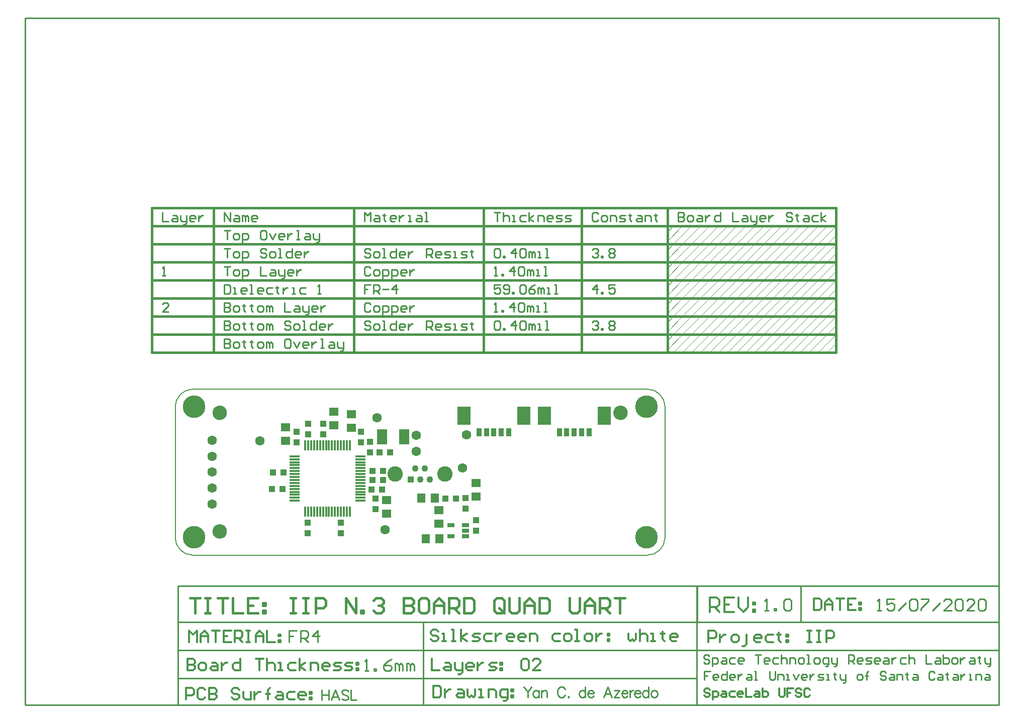
<source format=gbs>
G04*
G04 #@! TF.GenerationSoftware,Altium Limited,Altium Designer,20.2.6 (244)*
G04*
G04 Layer_Color=16711935*
%FSLAX25Y25*%
%MOIN*%
G70*
G04*
G04 #@! TF.SameCoordinates,3A923CF8-0E80-4BF5-A473-74316D4CB4A5*
G04*
G04*
G04 #@! TF.FilePolarity,Negative*
G04*
G01*
G75*
%ADD10C,0.00787*%
%ADD12C,0.01000*%
%ADD17C,0.01500*%
%ADD18C,0.00100*%
%ADD19C,0.01378*%
%ADD20C,0.01575*%
%ADD21C,0.01299*%
%ADD22C,0.03200*%
%ADD27C,0.03594*%
%ADD28R,0.04331X0.03937*%
%ADD29R,0.06299X0.05512*%
%ADD30R,0.03937X0.04331*%
%ADD31R,0.05512X0.06299*%
%ADD32C,0.06299*%
%ADD33C,0.10236*%
%ADD34C,0.04331*%
%ADD35R,0.04331X0.04331*%
%ADD36C,0.14961*%
%ADD51R,0.07087X0.09843*%
%ADD52R,0.04724X0.02953*%
%ADD53R,0.08661X0.12205*%
%ADD54R,0.03543X0.05512*%
%ADD55O,0.06890X0.01575*%
%ADD56O,0.01575X0.06890*%
G36*
X298476Y97388D02*
X299576Y94488D01*
X298476Y91388D01*
X295276Y90188D01*
X292176Y91388D01*
X290976Y94488D01*
X292176Y97588D01*
X295276Y98788D01*
X298476Y97388D01*
D02*
G37*
G36*
X32728D02*
X33828Y94488D01*
X32728Y91388D01*
X29528Y90188D01*
X26428Y91388D01*
X25228Y94488D01*
X26428Y97588D01*
X29528Y98788D01*
X32728Y97388D01*
D02*
G37*
G36*
Y18648D02*
X33828Y15748D01*
X32728Y12648D01*
X29528Y11448D01*
X26428Y12648D01*
X25228Y15748D01*
X26428Y18848D01*
X29528Y20048D01*
X32728Y18648D01*
D02*
G37*
D10*
X11793Y110236D02*
G03*
X0Y98443I0J-11793D01*
G01*
Y11663D02*
G03*
X11663Y0I11663J0D01*
G01*
X313050D02*
G03*
X324803Y11754I0J11754D01*
G01*
Y98418D02*
G03*
X312985Y110236I-11818J0D01*
G01*
X0Y92520D02*
Y98443D01*
X11793Y110236D02*
X12696D01*
X0Y25591D02*
Y92520D01*
Y11663D02*
Y25591D01*
X11663Y0D02*
X313050D01*
X324803Y11754D02*
Y98418D01*
X12696Y110236D02*
X312985D01*
D12*
X33829Y15748D02*
G03*
X33829Y15748I-4301J0D01*
G01*
Y94488D02*
G03*
X33829Y94488I-4301J0D01*
G01*
X299577D02*
G03*
X299577Y94488I-4301J0D01*
G01*
X-99500Y-99500D02*
X546169D01*
X1681D02*
Y-20319D01*
X164613Y-99205D02*
Y-44277D01*
X1976Y-81777D02*
X345579Y-81777D01*
X345863Y-99106D02*
Y-20515D01*
X1976Y-63027D02*
X545863Y-63027D01*
X2173Y-44277D02*
X545440Y-44277D01*
X1681Y-20319D02*
X545863D01*
X-99500Y356552D02*
X546169D01*
X-99500Y-99500D02*
Y356552D01*
X546169Y-99146D02*
Y356552D01*
X346071Y-43941D02*
Y-20319D01*
X414859Y-43883D02*
Y-20268D01*
X97154Y-89441D02*
Y-96252D01*
X101694Y-89441D02*
Y-96252D01*
X97154Y-92684D02*
X101694D01*
X108765Y-96252D02*
X106170Y-89441D01*
X103575Y-96252D01*
X104548Y-93982D02*
X107792D01*
X114895Y-90414D02*
X114246Y-89765D01*
X113273Y-89441D01*
X111976D01*
X111003Y-89765D01*
X110354Y-90414D01*
Y-91063D01*
X110678Y-91711D01*
X111003Y-92036D01*
X111651Y-92360D01*
X113597Y-93009D01*
X114246Y-93333D01*
X114570Y-93657D01*
X114895Y-94306D01*
Y-95279D01*
X114246Y-95928D01*
X113273Y-96252D01*
X111976D01*
X111003Y-95928D01*
X110354Y-95279D01*
X116419Y-89441D02*
Y-96252D01*
X120311D01*
X231110Y-87472D02*
X233705Y-90716D01*
Y-94283D01*
X236300Y-87472D02*
X233705Y-90716D01*
X241067Y-89743D02*
Y-94283D01*
Y-90716D02*
X240419Y-90067D01*
X239770Y-89743D01*
X238797D01*
X238148Y-90067D01*
X237500Y-90716D01*
X237175Y-91689D01*
Y-92338D01*
X237500Y-93310D01*
X238148Y-93959D01*
X238797Y-94283D01*
X239770D01*
X240419Y-93959D01*
X241067Y-93310D01*
X242884Y-89743D02*
Y-94283D01*
Y-91040D02*
X243857Y-90067D01*
X244505Y-89743D01*
X245478D01*
X246127Y-90067D01*
X246451Y-91040D01*
Y-94283D01*
X258452Y-89094D02*
X258127Y-88445D01*
X257479Y-87797D01*
X256830Y-87472D01*
X255533D01*
X254884Y-87797D01*
X254235Y-88445D01*
X253911Y-89094D01*
X253587Y-90067D01*
Y-91689D01*
X253911Y-92662D01*
X254235Y-93310D01*
X254884Y-93959D01*
X255533Y-94283D01*
X256830D01*
X257479Y-93959D01*
X258127Y-93310D01*
X258452Y-92662D01*
X260690Y-93635D02*
X260365Y-93959D01*
X260690Y-94283D01*
X261014Y-93959D01*
X260690Y-93635D01*
X271749Y-87472D02*
Y-94283D01*
Y-90716D02*
X271101Y-90067D01*
X270452Y-89743D01*
X269479D01*
X268830Y-90067D01*
X268182Y-90716D01*
X267857Y-91689D01*
Y-92338D01*
X268182Y-93310D01*
X268830Y-93959D01*
X269479Y-94283D01*
X270452D01*
X271101Y-93959D01*
X271749Y-93310D01*
X273566Y-91689D02*
X277458D01*
Y-91040D01*
X277133Y-90391D01*
X276809Y-90067D01*
X276160Y-89743D01*
X275187D01*
X274539Y-90067D01*
X273890Y-90716D01*
X273566Y-91689D01*
Y-92338D01*
X273890Y-93310D01*
X274539Y-93959D01*
X275187Y-94283D01*
X276160D01*
X276809Y-93959D01*
X277458Y-93310D01*
X289458Y-94283D02*
X286863Y-87472D01*
X284269Y-94283D01*
X285242Y-92013D02*
X288485D01*
X294615Y-89743D02*
X291047Y-94283D01*
Y-89743D02*
X294615D01*
X291047Y-94283D02*
X294615D01*
X296042Y-91689D02*
X299934D01*
Y-91040D01*
X299610Y-90391D01*
X299286Y-90067D01*
X298637Y-89743D01*
X297664D01*
X297015Y-90067D01*
X296367Y-90716D01*
X296042Y-91689D01*
Y-92338D01*
X296367Y-93310D01*
X297015Y-93959D01*
X297664Y-94283D01*
X298637D01*
X299286Y-93959D01*
X299934Y-93310D01*
X301394Y-89743D02*
Y-94283D01*
Y-91689D02*
X301718Y-90716D01*
X302367Y-90067D01*
X303015Y-89743D01*
X303988D01*
X304605Y-91689D02*
X308497D01*
Y-91040D01*
X308172Y-90391D01*
X307848Y-90067D01*
X307199Y-89743D01*
X306226D01*
X305578Y-90067D01*
X304929Y-90716D01*
X304605Y-91689D01*
Y-92338D01*
X304929Y-93310D01*
X305578Y-93959D01*
X306226Y-94283D01*
X307199D01*
X307848Y-93959D01*
X308497Y-93310D01*
X313848Y-87472D02*
Y-94283D01*
Y-90716D02*
X313199Y-90067D01*
X312551Y-89743D01*
X311578D01*
X310929Y-90067D01*
X310280Y-90716D01*
X309956Y-91689D01*
Y-92338D01*
X310280Y-93310D01*
X310929Y-93959D01*
X311578Y-94283D01*
X312551D01*
X313199Y-93959D01*
X313848Y-93310D01*
X317286Y-89743D02*
X316637Y-90067D01*
X315989Y-90716D01*
X315664Y-91689D01*
Y-92338D01*
X315989Y-93310D01*
X316637Y-93959D01*
X317286Y-94283D01*
X318259D01*
X318908Y-93959D01*
X319556Y-93310D01*
X319881Y-92338D01*
Y-91689D01*
X319556Y-90716D01*
X318908Y-90067D01*
X318259Y-89743D01*
X317286D01*
X125697Y-76764D02*
X128217D01*
X126957D01*
Y-69204D01*
X125697Y-70464D01*
X131997Y-76764D02*
Y-75504D01*
X133257D01*
Y-76764D01*
X131997D01*
X143337Y-69204D02*
X140817Y-70464D01*
X138297Y-72984D01*
Y-75504D01*
X139557Y-76764D01*
X142077D01*
X143337Y-75504D01*
Y-74244D01*
X142077Y-72984D01*
X138297D01*
X145857Y-76764D02*
Y-71724D01*
X147117D01*
X148377Y-72984D01*
Y-76764D01*
Y-72984D01*
X149637Y-71724D01*
X150897Y-72984D01*
Y-76764D01*
X153417D02*
Y-71724D01*
X154677D01*
X155937Y-72984D01*
Y-76764D01*
Y-72984D01*
X157197Y-71724D01*
X158457Y-72984D01*
Y-76764D01*
X80608Y-50103D02*
X75568D01*
Y-53883D01*
X78088D01*
X75568D01*
Y-57663D01*
X83128D02*
Y-50103D01*
X86908D01*
X88168Y-51363D01*
Y-53883D01*
X86908Y-55143D01*
X83128D01*
X85648D02*
X88168Y-57663D01*
X94468D02*
Y-50103D01*
X90688Y-53883D01*
X95728D01*
X390953Y-36705D02*
X393473D01*
X392213D01*
Y-29145D01*
X390953Y-30405D01*
X397253Y-36705D02*
Y-35445D01*
X398513D01*
Y-36705D01*
X397253D01*
X403553Y-30405D02*
X404813Y-29145D01*
X407333D01*
X408593Y-30405D01*
Y-35445D01*
X407333Y-36705D01*
X404813D01*
X403553Y-35445D01*
Y-30405D01*
X465559Y-36705D02*
X468079D01*
X466819D01*
Y-29145D01*
X465559Y-30405D01*
X476899Y-29145D02*
X471859D01*
Y-32925D01*
X474379Y-31665D01*
X475639D01*
X476899Y-32925D01*
Y-35445D01*
X475639Y-36705D01*
X473119D01*
X471859Y-35445D01*
X479419Y-36705D02*
X484459Y-31665D01*
X486979Y-30405D02*
X488239Y-29145D01*
X490759D01*
X492019Y-30405D01*
Y-35445D01*
X490759Y-36705D01*
X488239D01*
X486979Y-35445D01*
Y-30405D01*
X494539Y-29145D02*
X499579D01*
Y-30405D01*
X494539Y-35445D01*
Y-36705D01*
X502099D02*
X507139Y-31665D01*
X514699Y-36705D02*
X509659D01*
X514699Y-31665D01*
Y-30405D01*
X513439Y-29145D01*
X510919D01*
X509659Y-30405D01*
X517219D02*
X518479Y-29145D01*
X520999D01*
X522260Y-30405D01*
Y-35445D01*
X520999Y-36705D01*
X518479D01*
X517219Y-35445D01*
Y-30405D01*
X529820Y-36705D02*
X524780D01*
X529820Y-31665D01*
Y-30405D01*
X528560Y-29145D01*
X526040D01*
X524780Y-30405D01*
X532340D02*
X533600Y-29145D01*
X536120D01*
X537380Y-30405D01*
Y-35445D01*
X536120Y-36705D01*
X533600D01*
X532340Y-35445D01*
Y-30405D01*
X354206Y-67185D02*
X353255Y-66234D01*
X351353D01*
X350402Y-67185D01*
Y-68136D01*
X351353Y-69087D01*
X353255D01*
X354206Y-70039D01*
Y-70990D01*
X353255Y-71941D01*
X351353D01*
X350402Y-70990D01*
X356108Y-73843D02*
Y-68136D01*
X358962D01*
X359913Y-69087D01*
Y-70990D01*
X358962Y-71941D01*
X356108D01*
X362766Y-68136D02*
X364669D01*
X365620Y-69087D01*
Y-71941D01*
X362766D01*
X361815Y-70990D01*
X362766Y-70039D01*
X365620D01*
X371326Y-68136D02*
X368473D01*
X367522Y-69087D01*
Y-70990D01*
X368473Y-71941D01*
X371326D01*
X376082D02*
X374180D01*
X373229Y-70990D01*
Y-69087D01*
X374180Y-68136D01*
X376082D01*
X377033Y-69087D01*
Y-70039D01*
X373229D01*
X384642Y-66234D02*
X388447D01*
X386545D01*
Y-71941D01*
X393203D02*
X391300D01*
X390349Y-70990D01*
Y-69087D01*
X391300Y-68136D01*
X393203D01*
X394154Y-69087D01*
Y-70039D01*
X390349D01*
X399861Y-68136D02*
X397007D01*
X396056Y-69087D01*
Y-70990D01*
X397007Y-71941D01*
X399861D01*
X401763Y-66234D02*
Y-71941D01*
Y-69087D01*
X402714Y-68136D01*
X404616D01*
X405567Y-69087D01*
Y-71941D01*
X407470D02*
Y-68136D01*
X410323D01*
X411274Y-69087D01*
Y-71941D01*
X414128D02*
X416030D01*
X416981Y-70990D01*
Y-69087D01*
X416030Y-68136D01*
X414128D01*
X413176Y-69087D01*
Y-70990D01*
X414128Y-71941D01*
X418883D02*
X420786D01*
X419834D01*
Y-66234D01*
X418883D01*
X424590Y-71941D02*
X426492D01*
X427444Y-70990D01*
Y-69087D01*
X426492Y-68136D01*
X424590D01*
X423639Y-69087D01*
Y-70990D01*
X424590Y-71941D01*
X431248Y-73843D02*
X432199D01*
X433150Y-72892D01*
Y-68136D01*
X430297D01*
X429346Y-69087D01*
Y-70990D01*
X430297Y-71941D01*
X433150D01*
X435053Y-68136D02*
Y-70990D01*
X436004Y-71941D01*
X438857D01*
Y-72892D01*
X437906Y-73843D01*
X436955D01*
X438857Y-71941D02*
Y-68136D01*
X446466Y-71941D02*
Y-66234D01*
X449320D01*
X450271Y-67185D01*
Y-69087D01*
X449320Y-70039D01*
X446466D01*
X448369D02*
X450271Y-71941D01*
X455026D02*
X453124D01*
X452173Y-70990D01*
Y-69087D01*
X453124Y-68136D01*
X455026D01*
X455978Y-69087D01*
Y-70039D01*
X452173D01*
X457880Y-71941D02*
X460733D01*
X461684Y-70990D01*
X460733Y-70039D01*
X458831D01*
X457880Y-69087D01*
X458831Y-68136D01*
X461684D01*
X466440Y-71941D02*
X464538D01*
X463587Y-70990D01*
Y-69087D01*
X464538Y-68136D01*
X466440D01*
X467391Y-69087D01*
Y-70039D01*
X463587D01*
X470245Y-68136D02*
X472147D01*
X473098Y-69087D01*
Y-71941D01*
X470245D01*
X469293Y-70990D01*
X470245Y-70039D01*
X473098D01*
X475000Y-68136D02*
Y-71941D01*
Y-70039D01*
X475951Y-69087D01*
X476902Y-68136D01*
X477854D01*
X484512D02*
X481658D01*
X480707Y-69087D01*
Y-70990D01*
X481658Y-71941D01*
X484512D01*
X486414Y-66234D02*
Y-71941D01*
Y-69087D01*
X487365Y-68136D01*
X489267D01*
X490218Y-69087D01*
Y-71941D01*
X497827Y-66234D02*
Y-71941D01*
X501632D01*
X504486Y-68136D02*
X506388D01*
X507339Y-69087D01*
Y-71941D01*
X504486D01*
X503534Y-70990D01*
X504486Y-70039D01*
X507339D01*
X509241Y-66234D02*
Y-71941D01*
X512094D01*
X513046Y-70990D01*
Y-70039D01*
Y-69087D01*
X512094Y-68136D01*
X509241D01*
X515899Y-71941D02*
X517801D01*
X518752Y-70990D01*
Y-69087D01*
X517801Y-68136D01*
X515899D01*
X514948Y-69087D01*
Y-70990D01*
X515899Y-71941D01*
X520655Y-68136D02*
Y-71941D01*
Y-70039D01*
X521606Y-69087D01*
X522557Y-68136D01*
X523508D01*
X527313D02*
X529215D01*
X530166Y-69087D01*
Y-71941D01*
X527313D01*
X526362Y-70990D01*
X527313Y-70039D01*
X530166D01*
X533019Y-67185D02*
Y-68136D01*
X532068D01*
X533971D01*
X533019D01*
Y-70990D01*
X533971Y-71941D01*
X536824Y-68136D02*
Y-70990D01*
X537775Y-71941D01*
X540629D01*
Y-72892D01*
X539677Y-73843D01*
X538726D01*
X540629Y-71941D02*
Y-68136D01*
X354665Y-77258D02*
X350992D01*
Y-80013D01*
X352829D01*
X350992D01*
Y-82768D01*
X359257D02*
X357420D01*
X356502Y-81849D01*
Y-80013D01*
X357420Y-79094D01*
X359257D01*
X360175Y-80013D01*
Y-80931D01*
X356502D01*
X365686Y-77258D02*
Y-82768D01*
X362930D01*
X362012Y-81849D01*
Y-80013D01*
X362930Y-79094D01*
X365686D01*
X370277Y-82768D02*
X368441D01*
X367522Y-81849D01*
Y-80013D01*
X368441Y-79094D01*
X370277D01*
X371196Y-80013D01*
Y-80931D01*
X367522D01*
X373032Y-79094D02*
Y-82768D01*
Y-80931D01*
X373951Y-80013D01*
X374869Y-79094D01*
X375787D01*
X379461D02*
X381297D01*
X382216Y-80013D01*
Y-82768D01*
X379461D01*
X378542Y-81849D01*
X379461Y-80931D01*
X382216D01*
X384052Y-82768D02*
X385889D01*
X384971D01*
Y-77258D01*
X384052D01*
X394154D02*
Y-81849D01*
X395072Y-82768D01*
X396909D01*
X397827Y-81849D01*
Y-77258D01*
X399664Y-82768D02*
Y-79094D01*
X402419D01*
X403337Y-80013D01*
Y-82768D01*
X405174D02*
X407011D01*
X406092D01*
Y-79094D01*
X405174D01*
X409766D02*
X411602Y-82768D01*
X413439Y-79094D01*
X418031Y-82768D02*
X416194D01*
X415276Y-81849D01*
Y-80013D01*
X416194Y-79094D01*
X418031D01*
X418949Y-80013D01*
Y-80931D01*
X415276D01*
X420786Y-79094D02*
Y-82768D01*
Y-80931D01*
X421704Y-80013D01*
X422622Y-79094D01*
X423541D01*
X426296Y-82768D02*
X429051D01*
X429969Y-81849D01*
X429051Y-80931D01*
X427214D01*
X426296Y-80013D01*
X427214Y-79094D01*
X429969D01*
X431806Y-82768D02*
X433643D01*
X432724D01*
Y-79094D01*
X431806D01*
X437316Y-78176D02*
Y-79094D01*
X436398D01*
X438234D01*
X437316D01*
Y-81849D01*
X438234Y-82768D01*
X440989Y-79094D02*
Y-81849D01*
X441908Y-82768D01*
X444663D01*
Y-83686D01*
X443744Y-84604D01*
X442826D01*
X444663Y-82768D02*
Y-79094D01*
X452928Y-82768D02*
X454764D01*
X455683Y-81849D01*
Y-80013D01*
X454764Y-79094D01*
X452928D01*
X452009Y-80013D01*
Y-81849D01*
X452928Y-82768D01*
X458438D02*
Y-78176D01*
Y-80013D01*
X457519D01*
X459356D01*
X458438D01*
Y-78176D01*
X459356Y-77258D01*
X471294Y-78176D02*
X470376Y-77258D01*
X468539D01*
X467621Y-78176D01*
Y-79094D01*
X468539Y-80013D01*
X470376D01*
X471294Y-80931D01*
Y-81849D01*
X470376Y-82768D01*
X468539D01*
X467621Y-81849D01*
X474050Y-79094D02*
X475886D01*
X476804Y-80013D01*
Y-82768D01*
X474050D01*
X473131Y-81849D01*
X474050Y-80931D01*
X476804D01*
X478641Y-82768D02*
Y-79094D01*
X481396D01*
X482314Y-80013D01*
Y-82768D01*
X485070Y-78176D02*
Y-79094D01*
X484151D01*
X485988D01*
X485070D01*
Y-81849D01*
X485988Y-82768D01*
X489661Y-79094D02*
X491498D01*
X492416Y-80013D01*
Y-82768D01*
X489661D01*
X488743Y-81849D01*
X489661Y-80931D01*
X492416D01*
X503436Y-78176D02*
X502518Y-77258D01*
X500681D01*
X499763Y-78176D01*
Y-81849D01*
X500681Y-82768D01*
X502518D01*
X503436Y-81849D01*
X506191Y-79094D02*
X508028D01*
X508946Y-80013D01*
Y-82768D01*
X506191D01*
X505273Y-81849D01*
X506191Y-80931D01*
X508946D01*
X511701Y-78176D02*
Y-79094D01*
X510783D01*
X512620D01*
X511701D01*
Y-81849D01*
X512620Y-82768D01*
X516293Y-79094D02*
X518130D01*
X519048Y-80013D01*
Y-82768D01*
X516293D01*
X515375Y-81849D01*
X516293Y-80931D01*
X519048D01*
X520885Y-79094D02*
Y-82768D01*
Y-80931D01*
X521803Y-80013D01*
X522721Y-79094D01*
X523640D01*
X526395Y-82768D02*
X528231D01*
X527313D01*
Y-79094D01*
X526395D01*
X530986Y-82768D02*
Y-79094D01*
X533741D01*
X534660Y-80013D01*
Y-82768D01*
X537415Y-79094D02*
X539252D01*
X540170Y-80013D01*
Y-82768D01*
X537415D01*
X536496Y-81849D01*
X537415Y-80931D01*
X540170D01*
X-8560Y227667D02*
Y221669D01*
X-4561D01*
X-1562Y225668D02*
X437D01*
X1437Y224668D01*
Y221669D01*
X-1562D01*
X-2562Y222669D01*
X-1562Y223669D01*
X1437D01*
X3436Y225668D02*
Y222669D01*
X4436Y221669D01*
X7435D01*
Y220670D01*
X6435Y219670D01*
X5435D01*
X7435Y221669D02*
Y225668D01*
X12433Y221669D02*
X10434D01*
X9434Y222669D01*
Y224668D01*
X10434Y225668D01*
X12433D01*
X13433Y224668D01*
Y223669D01*
X9434D01*
X15432Y225668D02*
Y221669D01*
Y223669D01*
X16432Y224668D01*
X17431Y225668D01*
X18431D01*
X-4561Y161669D02*
X-8560D01*
X-4561Y165668D01*
Y166668D01*
X-5561Y167667D01*
X-7560D01*
X-8560Y166668D01*
Y185669D02*
X-6561D01*
X-7560D01*
Y191667D01*
X-8560Y190668D01*
X32431Y221669D02*
Y227667D01*
X36430Y221669D01*
Y227667D01*
X39429Y225668D02*
X41428D01*
X42428Y224668D01*
Y221669D01*
X39429D01*
X38429Y222669D01*
X39429Y223669D01*
X42428D01*
X44427Y221669D02*
Y225668D01*
X45427D01*
X46426Y224668D01*
Y221669D01*
Y224668D01*
X47426Y225668D01*
X48426Y224668D01*
Y221669D01*
X53424D02*
X51425D01*
X50425Y222669D01*
Y224668D01*
X51425Y225668D01*
X53424D01*
X54424Y224668D01*
Y223669D01*
X50425D01*
X32431Y143667D02*
Y137669D01*
X35430D01*
X36430Y138669D01*
Y139669D01*
X35430Y140668D01*
X32431D01*
X35430D01*
X36430Y141668D01*
Y142668D01*
X35430Y143667D01*
X32431D01*
X39429Y137669D02*
X41428D01*
X42428Y138669D01*
Y140668D01*
X41428Y141668D01*
X39429D01*
X38429Y140668D01*
Y138669D01*
X39429Y137669D01*
X45427Y142668D02*
Y141668D01*
X44427D01*
X46426D01*
X45427D01*
Y138669D01*
X46426Y137669D01*
X50425Y142668D02*
Y141668D01*
X49426D01*
X51425D01*
X50425D01*
Y138669D01*
X51425Y137669D01*
X55424D02*
X57423D01*
X58423Y138669D01*
Y140668D01*
X57423Y141668D01*
X55424D01*
X54424Y140668D01*
Y138669D01*
X55424Y137669D01*
X60422D02*
Y141668D01*
X61422D01*
X62421Y140668D01*
Y137669D01*
Y140668D01*
X63421Y141668D01*
X64421Y140668D01*
Y137669D01*
X75417Y143667D02*
X73418D01*
X72418Y142668D01*
Y138669D01*
X73418Y137669D01*
X75417D01*
X76417Y138669D01*
Y142668D01*
X75417Y143667D01*
X78416Y141668D02*
X80415Y137669D01*
X82415Y141668D01*
X87413Y137669D02*
X85414D01*
X84414Y138669D01*
Y140668D01*
X85414Y141668D01*
X87413D01*
X88413Y140668D01*
Y139669D01*
X84414D01*
X90412Y141668D02*
Y137669D01*
Y139669D01*
X91412Y140668D01*
X92412Y141668D01*
X93411D01*
X96410Y137669D02*
X98410D01*
X97410D01*
Y143667D01*
X96410D01*
X102408Y141668D02*
X104408D01*
X105407Y140668D01*
Y137669D01*
X102408D01*
X101409Y138669D01*
X102408Y139669D01*
X105407D01*
X107407Y141668D02*
Y138669D01*
X108406Y137669D01*
X111406D01*
Y136670D01*
X110406Y135670D01*
X109406D01*
X111406Y137669D02*
Y141668D01*
X32431Y155667D02*
Y149669D01*
X35430D01*
X36430Y150669D01*
Y151669D01*
X35430Y152668D01*
X32431D01*
X35430D01*
X36430Y153668D01*
Y154668D01*
X35430Y155667D01*
X32431D01*
X39429Y149669D02*
X41428D01*
X42428Y150669D01*
Y152668D01*
X41428Y153668D01*
X39429D01*
X38429Y152668D01*
Y150669D01*
X39429Y149669D01*
X45427Y154668D02*
Y153668D01*
X44427D01*
X46426D01*
X45427D01*
Y150669D01*
X46426Y149669D01*
X50425Y154668D02*
Y153668D01*
X49426D01*
X51425D01*
X50425D01*
Y150669D01*
X51425Y149669D01*
X55424D02*
X57423D01*
X58423Y150669D01*
Y152668D01*
X57423Y153668D01*
X55424D01*
X54424Y152668D01*
Y150669D01*
X55424Y149669D01*
X60422D02*
Y153668D01*
X61422D01*
X62421Y152668D01*
Y149669D01*
Y152668D01*
X63421Y153668D01*
X64421Y152668D01*
Y149669D01*
X76417Y154668D02*
X75417Y155667D01*
X73418D01*
X72418Y154668D01*
Y153668D01*
X73418Y152668D01*
X75417D01*
X76417Y151669D01*
Y150669D01*
X75417Y149669D01*
X73418D01*
X72418Y150669D01*
X79416Y149669D02*
X81415D01*
X82415Y150669D01*
Y152668D01*
X81415Y153668D01*
X79416D01*
X78416Y152668D01*
Y150669D01*
X79416Y149669D01*
X84414D02*
X86414D01*
X85414D01*
Y155667D01*
X84414D01*
X93411D02*
Y149669D01*
X90412D01*
X89413Y150669D01*
Y152668D01*
X90412Y153668D01*
X93411D01*
X98410Y149669D02*
X96410D01*
X95411Y150669D01*
Y152668D01*
X96410Y153668D01*
X98410D01*
X99409Y152668D01*
Y151669D01*
X95411D01*
X101409Y153668D02*
Y149669D01*
Y151669D01*
X102408Y152668D01*
X103408Y153668D01*
X104408D01*
X32431Y167667D02*
Y161669D01*
X35430D01*
X36430Y162669D01*
Y163669D01*
X35430Y164668D01*
X32431D01*
X35430D01*
X36430Y165668D01*
Y166668D01*
X35430Y167667D01*
X32431D01*
X39429Y161669D02*
X41428D01*
X42428Y162669D01*
Y164668D01*
X41428Y165668D01*
X39429D01*
X38429Y164668D01*
Y162669D01*
X39429Y161669D01*
X45427Y166668D02*
Y165668D01*
X44427D01*
X46426D01*
X45427D01*
Y162669D01*
X46426Y161669D01*
X50425Y166668D02*
Y165668D01*
X49426D01*
X51425D01*
X50425D01*
Y162669D01*
X51425Y161669D01*
X55424D02*
X57423D01*
X58423Y162669D01*
Y164668D01*
X57423Y165668D01*
X55424D01*
X54424Y164668D01*
Y162669D01*
X55424Y161669D01*
X60422D02*
Y165668D01*
X61422D01*
X62421Y164668D01*
Y161669D01*
Y164668D01*
X63421Y165668D01*
X64421Y164668D01*
Y161669D01*
X72418Y167667D02*
Y161669D01*
X76417D01*
X79416Y165668D02*
X81415D01*
X82415Y164668D01*
Y161669D01*
X79416D01*
X78416Y162669D01*
X79416Y163669D01*
X82415D01*
X84414Y165668D02*
Y162669D01*
X85414Y161669D01*
X88413D01*
Y160670D01*
X87413Y159670D01*
X86414D01*
X88413Y161669D02*
Y165668D01*
X93411Y161669D02*
X91412D01*
X90412Y162669D01*
Y164668D01*
X91412Y165668D01*
X93411D01*
X94411Y164668D01*
Y163669D01*
X90412D01*
X96410Y165668D02*
Y161669D01*
Y163669D01*
X97410Y164668D01*
X98410Y165668D01*
X99409D01*
X32431Y179667D02*
Y173669D01*
X35430D01*
X36430Y174669D01*
Y178668D01*
X35430Y179667D01*
X32431D01*
X38429Y173669D02*
X40429D01*
X39429D01*
Y177668D01*
X38429D01*
X46426Y173669D02*
X44427D01*
X43428Y174669D01*
Y176668D01*
X44427Y177668D01*
X46426D01*
X47426Y176668D01*
Y175669D01*
X43428D01*
X49426Y173669D02*
X51425D01*
X50425D01*
Y179667D01*
X49426D01*
X57423Y173669D02*
X55424D01*
X54424Y174669D01*
Y176668D01*
X55424Y177668D01*
X57423D01*
X58423Y176668D01*
Y175669D01*
X54424D01*
X64421Y177668D02*
X61422D01*
X60422Y176668D01*
Y174669D01*
X61422Y173669D01*
X64421D01*
X67420Y178668D02*
Y177668D01*
X66420D01*
X68419D01*
X67420D01*
Y174669D01*
X68419Y173669D01*
X71418Y177668D02*
Y173669D01*
Y175669D01*
X72418Y176668D01*
X73418Y177668D01*
X74418D01*
X77416Y173669D02*
X79416D01*
X78416D01*
Y177668D01*
X77416D01*
X86414D02*
X83415D01*
X82415Y176668D01*
Y174669D01*
X83415Y173669D01*
X86414D01*
X94411D02*
X96410D01*
X95411D01*
Y179667D01*
X94411Y178668D01*
X32431Y191667D02*
X36430D01*
X34430D01*
Y185669D01*
X39429D02*
X41428D01*
X42428Y186669D01*
Y188668D01*
X41428Y189668D01*
X39429D01*
X38429Y188668D01*
Y186669D01*
X39429Y185669D01*
X44427Y183670D02*
Y189668D01*
X47426D01*
X48426Y188668D01*
Y186669D01*
X47426Y185669D01*
X44427D01*
X56423Y191667D02*
Y185669D01*
X60422D01*
X63421Y189668D02*
X65420D01*
X66420Y188668D01*
Y185669D01*
X63421D01*
X62421Y186669D01*
X63421Y187669D01*
X66420D01*
X68419Y189668D02*
Y186669D01*
X69419Y185669D01*
X72418D01*
Y184670D01*
X71418Y183670D01*
X70419D01*
X72418Y185669D02*
Y189668D01*
X77416Y185669D02*
X75417D01*
X74418Y186669D01*
Y188668D01*
X75417Y189668D01*
X77416D01*
X78416Y188668D01*
Y187669D01*
X74418D01*
X80415Y189668D02*
Y185669D01*
Y187669D01*
X81415Y188668D01*
X82415Y189668D01*
X83415D01*
X32431Y203667D02*
X36430D01*
X34430D01*
Y197669D01*
X39429D02*
X41428D01*
X42428Y198669D01*
Y200668D01*
X41428Y201668D01*
X39429D01*
X38429Y200668D01*
Y198669D01*
X39429Y197669D01*
X44427Y195670D02*
Y201668D01*
X47426D01*
X48426Y200668D01*
Y198669D01*
X47426Y197669D01*
X44427D01*
X60422Y202668D02*
X59422Y203667D01*
X57423D01*
X56423Y202668D01*
Y201668D01*
X57423Y200668D01*
X59422D01*
X60422Y199669D01*
Y198669D01*
X59422Y197669D01*
X57423D01*
X56423Y198669D01*
X63421Y197669D02*
X65420D01*
X66420Y198669D01*
Y200668D01*
X65420Y201668D01*
X63421D01*
X62421Y200668D01*
Y198669D01*
X63421Y197669D01*
X68419D02*
X70419D01*
X69419D01*
Y203667D01*
X68419D01*
X77416D02*
Y197669D01*
X74418D01*
X73418Y198669D01*
Y200668D01*
X74418Y201668D01*
X77416D01*
X82415Y197669D02*
X80415D01*
X79416Y198669D01*
Y200668D01*
X80415Y201668D01*
X82415D01*
X83415Y200668D01*
Y199669D01*
X79416D01*
X85414Y201668D02*
Y197669D01*
Y199669D01*
X86414Y200668D01*
X87413Y201668D01*
X88413D01*
X32431Y215667D02*
X36430D01*
X34430D01*
Y209669D01*
X39429D02*
X41428D01*
X42428Y210669D01*
Y212668D01*
X41428Y213668D01*
X39429D01*
X38429Y212668D01*
Y210669D01*
X39429Y209669D01*
X44427Y207670D02*
Y213668D01*
X47426D01*
X48426Y212668D01*
Y210669D01*
X47426Y209669D01*
X44427D01*
X59422Y215667D02*
X57423D01*
X56423Y214668D01*
Y210669D01*
X57423Y209669D01*
X59422D01*
X60422Y210669D01*
Y214668D01*
X59422Y215667D01*
X62421Y213668D02*
X64421Y209669D01*
X66420Y213668D01*
X71418Y209669D02*
X69419D01*
X68419Y210669D01*
Y212668D01*
X69419Y213668D01*
X71418D01*
X72418Y212668D01*
Y211669D01*
X68419D01*
X74418Y213668D02*
Y209669D01*
Y211669D01*
X75417Y212668D01*
X76417Y213668D01*
X77416D01*
X80415Y209669D02*
X82415D01*
X81415D01*
Y215667D01*
X80415D01*
X86414Y213668D02*
X88413D01*
X89413Y212668D01*
Y209669D01*
X86414D01*
X85414Y210669D01*
X86414Y211669D01*
X89413D01*
X91412Y213668D02*
Y210669D01*
X92412Y209669D01*
X95411D01*
Y208670D01*
X94411Y207670D01*
X93411D01*
X95411Y209669D02*
Y213668D01*
X125406Y221669D02*
Y227667D01*
X127405Y225668D01*
X129404Y227667D01*
Y221669D01*
X132403Y225668D02*
X134403D01*
X135402Y224668D01*
Y221669D01*
X132403D01*
X131404Y222669D01*
X132403Y223669D01*
X135402D01*
X138401Y226668D02*
Y225668D01*
X137402D01*
X139401D01*
X138401D01*
Y222669D01*
X139401Y221669D01*
X145399D02*
X143400D01*
X142400Y222669D01*
Y224668D01*
X143400Y225668D01*
X145399D01*
X146399Y224668D01*
Y223669D01*
X142400D01*
X148398Y225668D02*
Y221669D01*
Y223669D01*
X149398Y224668D01*
X150397Y225668D01*
X151397D01*
X154396Y221669D02*
X156395D01*
X155396D01*
Y225668D01*
X154396D01*
X160394D02*
X162393D01*
X163393Y224668D01*
Y221669D01*
X160394D01*
X159395Y222669D01*
X160394Y223669D01*
X163393D01*
X165393Y221669D02*
X167392D01*
X166392D01*
Y227667D01*
X165393D01*
X129404Y154668D02*
X128404Y155667D01*
X126405D01*
X125406Y154668D01*
Y153668D01*
X126405Y152668D01*
X128404D01*
X129404Y151669D01*
Y150669D01*
X128404Y149669D01*
X126405D01*
X125406Y150669D01*
X132403Y149669D02*
X134403D01*
X135402Y150669D01*
Y152668D01*
X134403Y153668D01*
X132403D01*
X131404Y152668D01*
Y150669D01*
X132403Y149669D01*
X137402D02*
X139401D01*
X138401D01*
Y155667D01*
X137402D01*
X146399D02*
Y149669D01*
X143400D01*
X142400Y150669D01*
Y152668D01*
X143400Y153668D01*
X146399D01*
X151397Y149669D02*
X149398D01*
X148398Y150669D01*
Y152668D01*
X149398Y153668D01*
X151397D01*
X152397Y152668D01*
Y151669D01*
X148398D01*
X154396Y153668D02*
Y149669D01*
Y151669D01*
X155396Y152668D01*
X156395Y153668D01*
X157395D01*
X166392Y149669D02*
Y155667D01*
X169391D01*
X170391Y154668D01*
Y152668D01*
X169391Y151669D01*
X166392D01*
X168392D02*
X170391Y149669D01*
X175389D02*
X173390D01*
X172390Y150669D01*
Y152668D01*
X173390Y153668D01*
X175389D01*
X176389Y152668D01*
Y151669D01*
X172390D01*
X178388Y149669D02*
X181387D01*
X182387Y150669D01*
X181387Y151669D01*
X179388D01*
X178388Y152668D01*
X179388Y153668D01*
X182387D01*
X184386Y149669D02*
X186386D01*
X185386D01*
Y153668D01*
X184386D01*
X189385Y149669D02*
X192384D01*
X193384Y150669D01*
X192384Y151669D01*
X190384D01*
X189385Y152668D01*
X190384Y153668D01*
X193384D01*
X196382Y154668D02*
Y153668D01*
X195383D01*
X197382D01*
X196382D01*
Y150669D01*
X197382Y149669D01*
X129404Y166668D02*
X128404Y167667D01*
X126405D01*
X125406Y166668D01*
Y162669D01*
X126405Y161669D01*
X128404D01*
X129404Y162669D01*
X132403Y161669D02*
X134403D01*
X135402Y162669D01*
Y164668D01*
X134403Y165668D01*
X132403D01*
X131404Y164668D01*
Y162669D01*
X132403Y161669D01*
X137402Y159670D02*
Y165668D01*
X140401D01*
X141400Y164668D01*
Y162669D01*
X140401Y161669D01*
X137402D01*
X143400Y159670D02*
Y165668D01*
X146399D01*
X147398Y164668D01*
Y162669D01*
X146399Y161669D01*
X143400D01*
X152397D02*
X150397D01*
X149398Y162669D01*
Y164668D01*
X150397Y165668D01*
X152397D01*
X153396Y164668D01*
Y163669D01*
X149398D01*
X155396Y165668D02*
Y161669D01*
Y163669D01*
X156395Y164668D01*
X157395Y165668D01*
X158395D01*
X129404Y179667D02*
X125406D01*
Y176668D01*
X127405D01*
X125406D01*
Y173669D01*
X131404D02*
Y179667D01*
X134403D01*
X135402Y178668D01*
Y176668D01*
X134403Y175669D01*
X131404D01*
X133403D02*
X135402Y173669D01*
X137402Y176668D02*
X141400D01*
X146399Y173669D02*
Y179667D01*
X143400Y176668D01*
X147398D01*
X129404Y190668D02*
X128404Y191667D01*
X126405D01*
X125406Y190668D01*
Y186669D01*
X126405Y185669D01*
X128404D01*
X129404Y186669D01*
X132403Y185669D02*
X134403D01*
X135402Y186669D01*
Y188668D01*
X134403Y189668D01*
X132403D01*
X131404Y188668D01*
Y186669D01*
X132403Y185669D01*
X137402Y183670D02*
Y189668D01*
X140401D01*
X141400Y188668D01*
Y186669D01*
X140401Y185669D01*
X137402D01*
X143400Y183670D02*
Y189668D01*
X146399D01*
X147398Y188668D01*
Y186669D01*
X146399Y185669D01*
X143400D01*
X152397D02*
X150397D01*
X149398Y186669D01*
Y188668D01*
X150397Y189668D01*
X152397D01*
X153396Y188668D01*
Y187669D01*
X149398D01*
X155396Y189668D02*
Y185669D01*
Y187669D01*
X156395Y188668D01*
X157395Y189668D01*
X158395D01*
X129404Y202668D02*
X128404Y203667D01*
X126405D01*
X125406Y202668D01*
Y201668D01*
X126405Y200668D01*
X128404D01*
X129404Y199669D01*
Y198669D01*
X128404Y197669D01*
X126405D01*
X125406Y198669D01*
X132403Y197669D02*
X134403D01*
X135402Y198669D01*
Y200668D01*
X134403Y201668D01*
X132403D01*
X131404Y200668D01*
Y198669D01*
X132403Y197669D01*
X137402D02*
X139401D01*
X138401D01*
Y203667D01*
X137402D01*
X146399D02*
Y197669D01*
X143400D01*
X142400Y198669D01*
Y200668D01*
X143400Y201668D01*
X146399D01*
X151397Y197669D02*
X149398D01*
X148398Y198669D01*
Y200668D01*
X149398Y201668D01*
X151397D01*
X152397Y200668D01*
Y199669D01*
X148398D01*
X154396Y201668D02*
Y197669D01*
Y199669D01*
X155396Y200668D01*
X156395Y201668D01*
X157395D01*
X166392Y197669D02*
Y203667D01*
X169391D01*
X170391Y202668D01*
Y200668D01*
X169391Y199669D01*
X166392D01*
X168392D02*
X170391Y197669D01*
X175389D02*
X173390D01*
X172390Y198669D01*
Y200668D01*
X173390Y201668D01*
X175389D01*
X176389Y200668D01*
Y199669D01*
X172390D01*
X178388Y197669D02*
X181387D01*
X182387Y198669D01*
X181387Y199669D01*
X179388D01*
X178388Y200668D01*
X179388Y201668D01*
X182387D01*
X184386Y197669D02*
X186386D01*
X185386D01*
Y201668D01*
X184386D01*
X189385Y197669D02*
X192384D01*
X193384Y198669D01*
X192384Y199669D01*
X190384D01*
X189385Y200668D01*
X190384Y201668D01*
X193384D01*
X196382Y202668D02*
Y201668D01*
X195383D01*
X197382D01*
X196382D01*
Y198669D01*
X197382Y197669D01*
X211382Y227667D02*
X215381D01*
X213382D01*
Y221669D01*
X217380Y227667D02*
Y221669D01*
Y224668D01*
X218380Y225668D01*
X220379D01*
X221379Y224668D01*
Y221669D01*
X223378D02*
X225378D01*
X224378D01*
Y225668D01*
X223378D01*
X232375D02*
X229376D01*
X228377Y224668D01*
Y222669D01*
X229376Y221669D01*
X232375D01*
X234375D02*
Y227667D01*
Y223669D02*
X237374Y225668D01*
X234375Y223669D02*
X237374Y221669D01*
X240373D02*
Y225668D01*
X243372D01*
X244372Y224668D01*
Y221669D01*
X249370D02*
X247371D01*
X246371Y222669D01*
Y224668D01*
X247371Y225668D01*
X249370D01*
X250370Y224668D01*
Y223669D01*
X246371D01*
X252369Y221669D02*
X255368D01*
X256368Y222669D01*
X255368Y223669D01*
X253369D01*
X252369Y224668D01*
X253369Y225668D01*
X256368D01*
X258367Y221669D02*
X261366D01*
X262366Y222669D01*
X261366Y223669D01*
X259367D01*
X258367Y224668D01*
X259367Y225668D01*
X262366D01*
X211382Y154668D02*
X212382Y155667D01*
X214381D01*
X215381Y154668D01*
Y150669D01*
X214381Y149669D01*
X212382D01*
X211382Y150669D01*
Y154668D01*
X217380Y149669D02*
Y150669D01*
X218380D01*
Y149669D01*
X217380D01*
X225378D02*
Y155667D01*
X222379Y152668D01*
X226377D01*
X228377Y154668D02*
X229376Y155667D01*
X231376D01*
X232375Y154668D01*
Y150669D01*
X231376Y149669D01*
X229376D01*
X228377Y150669D01*
Y154668D01*
X234375Y149669D02*
Y153668D01*
X235374D01*
X236374Y152668D01*
Y149669D01*
Y152668D01*
X237374Y153668D01*
X238373Y152668D01*
Y149669D01*
X240373D02*
X242372D01*
X241372D01*
Y153668D01*
X240373D01*
X245371Y149669D02*
X247371D01*
X246371D01*
Y155667D01*
X245371D01*
X211382Y161669D02*
X213382D01*
X212382D01*
Y167667D01*
X211382Y166668D01*
X216381Y161669D02*
Y162669D01*
X217380D01*
Y161669D01*
X216381D01*
X224378D02*
Y167667D01*
X221379Y164668D01*
X225378D01*
X227377Y166668D02*
X228377Y167667D01*
X230376D01*
X231376Y166668D01*
Y162669D01*
X230376Y161669D01*
X228377D01*
X227377Y162669D01*
Y166668D01*
X233375Y161669D02*
Y165668D01*
X234375D01*
X235374Y164668D01*
Y161669D01*
Y164668D01*
X236374Y165668D01*
X237374Y164668D01*
Y161669D01*
X239373D02*
X241372D01*
X240373D01*
Y165668D01*
X239373D01*
X244372Y161669D02*
X246371D01*
X245371D01*
Y167667D01*
X244372D01*
X215381Y179667D02*
X211382D01*
Y176668D01*
X213382Y177668D01*
X214381D01*
X215381Y176668D01*
Y174669D01*
X214381Y173669D01*
X212382D01*
X211382Y174669D01*
X217380D02*
X218380Y173669D01*
X220379D01*
X221379Y174669D01*
Y178668D01*
X220379Y179667D01*
X218380D01*
X217380Y178668D01*
Y177668D01*
X218380Y176668D01*
X221379D01*
X223378Y173669D02*
Y174669D01*
X224378D01*
Y173669D01*
X223378D01*
X228377Y178668D02*
X229376Y179667D01*
X231376D01*
X232375Y178668D01*
Y174669D01*
X231376Y173669D01*
X229376D01*
X228377Y174669D01*
Y178668D01*
X238373Y179667D02*
X236374Y178668D01*
X234375Y176668D01*
Y174669D01*
X235374Y173669D01*
X237374D01*
X238373Y174669D01*
Y175669D01*
X237374Y176668D01*
X234375D01*
X240373Y173669D02*
Y177668D01*
X241372D01*
X242372Y176668D01*
Y173669D01*
Y176668D01*
X243372Y177668D01*
X244372Y176668D01*
Y173669D01*
X246371D02*
X248370D01*
X247371D01*
Y177668D01*
X246371D01*
X251369Y173669D02*
X253369D01*
X252369D01*
Y179667D01*
X251369D01*
X211382Y185669D02*
X213382D01*
X212382D01*
Y191667D01*
X211382Y190668D01*
X216381Y185669D02*
Y186669D01*
X217380D01*
Y185669D01*
X216381D01*
X224378D02*
Y191667D01*
X221379Y188668D01*
X225378D01*
X227377Y190668D02*
X228377Y191667D01*
X230376D01*
X231376Y190668D01*
Y186669D01*
X230376Y185669D01*
X228377D01*
X227377Y186669D01*
Y190668D01*
X233375Y185669D02*
Y189668D01*
X234375D01*
X235374Y188668D01*
Y185669D01*
Y188668D01*
X236374Y189668D01*
X237374Y188668D01*
Y185669D01*
X239373D02*
X241372D01*
X240373D01*
Y189668D01*
X239373D01*
X244372Y185669D02*
X246371D01*
X245371D01*
Y191667D01*
X244372D01*
X211382Y202668D02*
X212382Y203667D01*
X214381D01*
X215381Y202668D01*
Y198669D01*
X214381Y197669D01*
X212382D01*
X211382Y198669D01*
Y202668D01*
X217380Y197669D02*
Y198669D01*
X218380D01*
Y197669D01*
X217380D01*
X225378D02*
Y203667D01*
X222379Y200668D01*
X226377D01*
X228377Y202668D02*
X229376Y203667D01*
X231376D01*
X232375Y202668D01*
Y198669D01*
X231376Y197669D01*
X229376D01*
X228377Y198669D01*
Y202668D01*
X234375Y197669D02*
Y201668D01*
X235374D01*
X236374Y200668D01*
Y197669D01*
Y200668D01*
X237374Y201668D01*
X238373Y200668D01*
Y197669D01*
X240373D02*
X242372D01*
X241372D01*
Y201668D01*
X240373D01*
X245371Y197669D02*
X247371D01*
X246371D01*
Y203667D01*
X245371D01*
X280364Y226668D02*
X279365Y227667D01*
X277365D01*
X276366Y226668D01*
Y222669D01*
X277365Y221669D01*
X279365D01*
X280364Y222669D01*
X283364Y221669D02*
X285363D01*
X286363Y222669D01*
Y224668D01*
X285363Y225668D01*
X283364D01*
X282364Y224668D01*
Y222669D01*
X283364Y221669D01*
X288362D02*
Y225668D01*
X291361D01*
X292361Y224668D01*
Y221669D01*
X294360D02*
X297359D01*
X298359Y222669D01*
X297359Y223669D01*
X295360D01*
X294360Y224668D01*
X295360Y225668D01*
X298359D01*
X301358Y226668D02*
Y225668D01*
X300358D01*
X302357D01*
X301358D01*
Y222669D01*
X302357Y221669D01*
X306356Y225668D02*
X308355D01*
X309355Y224668D01*
Y221669D01*
X306356D01*
X305356Y222669D01*
X306356Y223669D01*
X309355D01*
X311354Y221669D02*
Y225668D01*
X314353D01*
X315353Y224668D01*
Y221669D01*
X318352Y226668D02*
Y225668D01*
X317353D01*
X319352D01*
X318352D01*
Y222669D01*
X319352Y221669D01*
X276366Y154668D02*
X277365Y155667D01*
X279365D01*
X280364Y154668D01*
Y153668D01*
X279365Y152668D01*
X278365D01*
X279365D01*
X280364Y151669D01*
Y150669D01*
X279365Y149669D01*
X277365D01*
X276366Y150669D01*
X282364Y149669D02*
Y150669D01*
X283364D01*
Y149669D01*
X282364D01*
X287362Y154668D02*
X288362Y155667D01*
X290361D01*
X291361Y154668D01*
Y153668D01*
X290361Y152668D01*
X291361Y151669D01*
Y150669D01*
X290361Y149669D01*
X288362D01*
X287362Y150669D01*
Y151669D01*
X288362Y152668D01*
X287362Y153668D01*
Y154668D01*
X288362Y152668D02*
X290361D01*
X279365Y173669D02*
Y179667D01*
X276366Y176668D01*
X280364D01*
X282364Y173669D02*
Y174669D01*
X283364D01*
Y173669D01*
X282364D01*
X291361Y179667D02*
X287362D01*
Y176668D01*
X289362Y177668D01*
X290361D01*
X291361Y176668D01*
Y174669D01*
X290361Y173669D01*
X288362D01*
X287362Y174669D01*
X276366Y202668D02*
X277365Y203667D01*
X279365D01*
X280364Y202668D01*
Y201668D01*
X279365Y200668D01*
X278365D01*
X279365D01*
X280364Y199669D01*
Y198669D01*
X279365Y197669D01*
X277365D01*
X276366Y198669D01*
X282364Y197669D02*
Y198669D01*
X283364D01*
Y197669D01*
X282364D01*
X287362Y202668D02*
X288362Y203667D01*
X290361D01*
X291361Y202668D01*
Y201668D01*
X290361Y200668D01*
X291361Y199669D01*
Y198669D01*
X290361Y197669D01*
X288362D01*
X287362Y198669D01*
Y199669D01*
X288362Y200668D01*
X287362Y201668D01*
Y202668D01*
X288362Y200668D02*
X290361D01*
X333352Y227667D02*
Y221669D01*
X336351D01*
X337351Y222669D01*
Y223669D01*
X336351Y224668D01*
X333352D01*
X336351D01*
X337351Y225668D01*
Y226668D01*
X336351Y227667D01*
X333352D01*
X340350Y221669D02*
X342349D01*
X343349Y222669D01*
Y224668D01*
X342349Y225668D01*
X340350D01*
X339350Y224668D01*
Y222669D01*
X340350Y221669D01*
X346348Y225668D02*
X348347D01*
X349347Y224668D01*
Y221669D01*
X346348D01*
X345348Y222669D01*
X346348Y223669D01*
X349347D01*
X351346Y225668D02*
Y221669D01*
Y223669D01*
X352346Y224668D01*
X353345Y225668D01*
X354345D01*
X361343Y227667D02*
Y221669D01*
X358344D01*
X357344Y222669D01*
Y224668D01*
X358344Y225668D01*
X361343D01*
X369340Y227667D02*
Y221669D01*
X373339D01*
X376338Y225668D02*
X378337D01*
X379337Y224668D01*
Y221669D01*
X376338D01*
X375338Y222669D01*
X376338Y223669D01*
X379337D01*
X381336Y225668D02*
Y222669D01*
X382336Y221669D01*
X385335D01*
Y220670D01*
X384335Y219670D01*
X383336D01*
X385335Y221669D02*
Y225668D01*
X390333Y221669D02*
X388334D01*
X387334Y222669D01*
Y224668D01*
X388334Y225668D01*
X390333D01*
X391333Y224668D01*
Y223669D01*
X387334D01*
X393332Y225668D02*
Y221669D01*
Y223669D01*
X394332Y224668D01*
X395332Y225668D01*
X396331D01*
X409327Y226668D02*
X408328Y227667D01*
X406328D01*
X405329Y226668D01*
Y225668D01*
X406328Y224668D01*
X408328D01*
X409327Y223669D01*
Y222669D01*
X408328Y221669D01*
X406328D01*
X405329Y222669D01*
X412326Y226668D02*
Y225668D01*
X411327D01*
X413326D01*
X412326D01*
Y222669D01*
X413326Y221669D01*
X417325Y225668D02*
X419324D01*
X420324Y224668D01*
Y221669D01*
X417325D01*
X416325Y222669D01*
X417325Y223669D01*
X420324D01*
X426322Y225668D02*
X423323D01*
X422323Y224668D01*
Y222669D01*
X423323Y221669D01*
X426322D01*
X428321D02*
Y227667D01*
Y223669D02*
X431320Y225668D01*
X428321Y223669D02*
X431320Y221669D01*
D17*
X-15560Y218669D02*
X438320D01*
X-15560Y230669D02*
X438320D01*
X-15560Y134669D02*
Y230669D01*
Y134669D02*
X25431D01*
X-15560Y146669D02*
X25431D01*
X-15560Y158669D02*
X25431D01*
X-15560Y170669D02*
X25431D01*
X-15560Y182669D02*
X25431D01*
X-15560Y194669D02*
X25431D01*
X-15560Y206669D02*
X25431D01*
Y134669D02*
Y230669D01*
Y134669D02*
X118405D01*
X25431Y146669D02*
X118405D01*
X25431Y158669D02*
X118405D01*
X25431Y170669D02*
X118405D01*
X25431Y182669D02*
X118405D01*
X25431Y194669D02*
X118405D01*
X25431Y206669D02*
X118405D01*
Y134669D02*
Y230669D01*
Y134669D02*
X204382D01*
X118405Y146669D02*
X204382D01*
X118405Y158669D02*
X204382D01*
X118405Y170669D02*
X204382D01*
X118405Y182669D02*
X204382D01*
X118405Y194669D02*
X204382D01*
X118405Y206669D02*
X204382D01*
Y134669D02*
Y230669D01*
Y134669D02*
X269366D01*
X204382Y146669D02*
X269366D01*
X204382Y158669D02*
X269366D01*
X204382Y170669D02*
X269366D01*
X204382Y182669D02*
X269366D01*
X204382Y194669D02*
X269366D01*
X204382Y206669D02*
X269366D01*
Y134669D02*
Y230669D01*
Y134669D02*
X326352D01*
X269366Y146669D02*
X326352D01*
X269366Y158669D02*
X326352D01*
X269366Y170669D02*
X326352D01*
X269366Y182669D02*
X326352D01*
X269366Y194669D02*
X326352D01*
X269366Y206669D02*
X326352D01*
Y134669D02*
Y230669D01*
Y134669D02*
X438320D01*
X326352Y146669D02*
X438320D01*
X326352Y158669D02*
X438320D01*
X326352Y170669D02*
X438320D01*
X326352Y182669D02*
X438320D01*
X326352Y194669D02*
X438320D01*
X326352Y206669D02*
X438320D01*
Y134669D02*
Y230669D01*
D18*
X432320Y134669D02*
X438320Y140669D01*
X426320Y134669D02*
X438320Y146669D01*
X420320Y134669D02*
X432320Y146669D01*
X414320Y134669D02*
X426320Y146669D01*
X408320Y134669D02*
X420320Y146669D01*
X402320Y134669D02*
X414320Y146669D01*
X396320Y134669D02*
X408320Y146669D01*
X390320Y134669D02*
X402320Y146669D01*
X384320Y134669D02*
X396320Y146669D01*
X378320Y134669D02*
X390320Y146669D01*
X372320Y134669D02*
X384320Y146669D01*
X366320Y134669D02*
X378320Y146669D01*
X360320Y134669D02*
X372320Y146669D01*
X354320Y134669D02*
X366320Y146669D01*
X348320Y134669D02*
X360320Y146669D01*
X342320Y134669D02*
X354320Y146669D01*
X336320Y134669D02*
X348320Y146669D01*
X330320Y134669D02*
X342320Y146669D01*
X326352Y136701D02*
X336320Y146669D01*
X326352Y142701D02*
X330320Y146669D01*
X432320D02*
X438320Y152669D01*
X426320Y146669D02*
X438320Y158669D01*
X420320Y146669D02*
X432320Y158669D01*
X414320Y146669D02*
X426320Y158669D01*
X408320Y146669D02*
X420320Y158669D01*
X402320Y146669D02*
X414320Y158669D01*
X396320Y146669D02*
X408320Y158669D01*
X390320Y146669D02*
X402320Y158669D01*
X384320Y146669D02*
X396320Y158669D01*
X378320Y146669D02*
X390320Y158669D01*
X372320Y146669D02*
X384320Y158669D01*
X366320Y146669D02*
X378320Y158669D01*
X360320Y146669D02*
X372320Y158669D01*
X354320Y146669D02*
X366320Y158669D01*
X348320Y146669D02*
X360320Y158669D01*
X342320Y146669D02*
X354320Y158669D01*
X336320Y146669D02*
X348320Y158669D01*
X330320Y146669D02*
X342320Y158669D01*
X326352Y148701D02*
X336320Y158669D01*
X326352Y154701D02*
X330320Y158669D01*
X432320D02*
X438320Y164669D01*
X426320Y158669D02*
X438320Y170669D01*
X420320Y158669D02*
X432320Y170669D01*
X414320Y158669D02*
X426320Y170669D01*
X408320Y158669D02*
X420320Y170669D01*
X402320Y158669D02*
X414320Y170669D01*
X396320Y158669D02*
X408320Y170669D01*
X390320Y158669D02*
X402320Y170669D01*
X384320Y158669D02*
X396320Y170669D01*
X378320Y158669D02*
X390320Y170669D01*
X372320Y158669D02*
X384320Y170669D01*
X366320Y158669D02*
X378320Y170669D01*
X360320Y158669D02*
X372320Y170669D01*
X354320Y158669D02*
X366320Y170669D01*
X348320Y158669D02*
X360320Y170669D01*
X342320Y158669D02*
X354320Y170669D01*
X336320Y158669D02*
X348320Y170669D01*
X330320Y158669D02*
X342320Y170669D01*
X326352Y160701D02*
X336320Y170669D01*
X326352Y166701D02*
X330320Y170669D01*
X432320D02*
X438320Y176669D01*
X426320Y170669D02*
X438320Y182669D01*
X420320Y170669D02*
X432320Y182669D01*
X414320Y170669D02*
X426320Y182669D01*
X408320Y170669D02*
X420320Y182669D01*
X402320Y170669D02*
X414320Y182669D01*
X396320Y170669D02*
X408320Y182669D01*
X390320Y170669D02*
X402320Y182669D01*
X384320Y170669D02*
X396320Y182669D01*
X378320Y170669D02*
X390320Y182669D01*
X372320Y170669D02*
X384320Y182669D01*
X366320Y170669D02*
X378320Y182669D01*
X360320Y170669D02*
X372320Y182669D01*
X354320Y170669D02*
X366320Y182669D01*
X348320Y170669D02*
X360320Y182669D01*
X342320Y170669D02*
X354320Y182669D01*
X336320Y170669D02*
X348320Y182669D01*
X330320Y170669D02*
X342320Y182669D01*
X326352Y172701D02*
X336320Y182669D01*
X326352Y178701D02*
X330320Y182669D01*
X432320D02*
X438320Y188669D01*
X426320Y182669D02*
X438320Y194669D01*
X420320Y182669D02*
X432320Y194669D01*
X414320Y182669D02*
X426320Y194669D01*
X408320Y182669D02*
X420320Y194669D01*
X402320Y182669D02*
X414320Y194669D01*
X396320Y182669D02*
X408320Y194669D01*
X390320Y182669D02*
X402320Y194669D01*
X384320Y182669D02*
X396320Y194669D01*
X378320Y182669D02*
X390320Y194669D01*
X372320Y182669D02*
X384320Y194669D01*
X366320Y182669D02*
X378320Y194669D01*
X360320Y182669D02*
X372320Y194669D01*
X354320Y182669D02*
X366320Y194669D01*
X348320Y182669D02*
X360320Y194669D01*
X342320Y182669D02*
X354320Y194669D01*
X336320Y182669D02*
X348320Y194669D01*
X330320Y182669D02*
X342320Y194669D01*
X326352Y184701D02*
X336320Y194669D01*
X326352Y190701D02*
X330320Y194669D01*
X432320D02*
X438320Y200669D01*
X426320Y194669D02*
X438320Y206669D01*
X420320Y194669D02*
X432320Y206669D01*
X414320Y194669D02*
X426320Y206669D01*
X408320Y194669D02*
X420320Y206669D01*
X402320Y194669D02*
X414320Y206669D01*
X396320Y194669D02*
X408320Y206669D01*
X390320Y194669D02*
X402320Y206669D01*
X384320Y194669D02*
X396320Y206669D01*
X378320Y194669D02*
X390320Y206669D01*
X372320Y194669D02*
X384320Y206669D01*
X366320Y194669D02*
X378320Y206669D01*
X360320Y194669D02*
X372320Y206669D01*
X354320Y194669D02*
X366320Y206669D01*
X348320Y194669D02*
X360320Y206669D01*
X342320Y194669D02*
X354320Y206669D01*
X336320Y194669D02*
X348320Y206669D01*
X330320Y194669D02*
X342320Y206669D01*
X326352Y196701D02*
X336320Y206669D01*
X326352Y202701D02*
X330320Y206669D01*
X432320D02*
X438320Y212669D01*
X426320Y206669D02*
X438320Y218669D01*
X420320Y206669D02*
X432320Y218669D01*
X414320Y206669D02*
X426320Y218669D01*
X408320Y206669D02*
X420320Y218669D01*
X402320Y206669D02*
X414320Y218669D01*
X396320Y206669D02*
X408320Y218669D01*
X390320Y206669D02*
X402320Y218669D01*
X384320Y206669D02*
X396320Y218669D01*
X378320Y206669D02*
X390320Y218669D01*
X372320Y206669D02*
X384320Y218669D01*
X366320Y206669D02*
X378320Y218669D01*
X360320Y206669D02*
X372320Y218669D01*
X354320Y206669D02*
X366320Y218669D01*
X348320Y206669D02*
X360320Y218669D01*
X342320Y206669D02*
X354320Y218669D01*
X336320Y206669D02*
X348320Y218669D01*
X330320Y206669D02*
X342320Y218669D01*
X326352Y208701D02*
X336320Y218669D01*
X326352Y214701D02*
X330320Y218669D01*
D19*
X170283Y-68908D02*
Y-76468D01*
X175323D01*
X179104Y-71429D02*
X181624D01*
X182884Y-72689D01*
Y-76468D01*
X179104D01*
X177843Y-75208D01*
X179104Y-73949D01*
X182884D01*
X185404Y-71429D02*
Y-75208D01*
X186664Y-76468D01*
X190444D01*
Y-77728D01*
X189184Y-78988D01*
X187924D01*
X190444Y-76468D02*
Y-71429D01*
X196744Y-76468D02*
X194224D01*
X192964Y-75208D01*
Y-72689D01*
X194224Y-71429D01*
X196744D01*
X198004Y-72689D01*
Y-73949D01*
X192964D01*
X200524Y-71429D02*
Y-76468D01*
Y-73949D01*
X201784Y-72689D01*
X203044Y-71429D01*
X204304D01*
X208084Y-76468D02*
X211864D01*
X213124Y-75208D01*
X211864Y-73949D01*
X209344D01*
X208084Y-72689D01*
X209344Y-71429D01*
X213124D01*
X215644D02*
X216904D01*
Y-72689D01*
X215644D01*
Y-71429D01*
Y-75208D02*
X216904D01*
Y-76468D01*
X215644D01*
Y-75208D01*
X229504Y-70168D02*
X230764Y-68908D01*
X233284D01*
X234544Y-70168D01*
Y-75208D01*
X233284Y-76468D01*
X230764D01*
X229504Y-75208D01*
Y-70168D01*
X242104Y-76468D02*
X237064D01*
X242104Y-71429D01*
Y-70168D01*
X240844Y-68908D01*
X238324D01*
X237064Y-70168D01*
X8038Y-68853D02*
Y-76413D01*
X11818D01*
X13078Y-75153D01*
Y-73893D01*
X11818Y-72633D01*
X8038D01*
X11818D01*
X13078Y-71373D01*
Y-70113D01*
X11818Y-68853D01*
X8038D01*
X16858Y-76413D02*
X19378D01*
X20638Y-75153D01*
Y-72633D01*
X19378Y-71373D01*
X16858D01*
X15598Y-72633D01*
Y-75153D01*
X16858Y-76413D01*
X24418Y-71373D02*
X26938D01*
X28198Y-72633D01*
Y-76413D01*
X24418D01*
X23158Y-75153D01*
X24418Y-73893D01*
X28198D01*
X30718Y-71373D02*
Y-76413D01*
Y-73893D01*
X31978Y-72633D01*
X33238Y-71373D01*
X34498D01*
X43318Y-68853D02*
Y-76413D01*
X39538D01*
X38278Y-75153D01*
Y-72633D01*
X39538Y-71373D01*
X43318D01*
X53398Y-68853D02*
X58438D01*
X55918D01*
Y-76413D01*
X60958Y-68853D02*
Y-76413D01*
Y-72633D01*
X62218Y-71373D01*
X64739D01*
X65999Y-72633D01*
Y-76413D01*
X68519D02*
X71039D01*
X69779D01*
Y-71373D01*
X68519D01*
X79859D02*
X76079D01*
X74819Y-72633D01*
Y-75153D01*
X76079Y-76413D01*
X79859D01*
X82379D02*
Y-68853D01*
Y-73893D02*
X86159Y-71373D01*
X82379Y-73893D02*
X86159Y-76413D01*
X89939D02*
Y-71373D01*
X93719D01*
X94979Y-72633D01*
Y-76413D01*
X101279D02*
X98759D01*
X97499Y-75153D01*
Y-72633D01*
X98759Y-71373D01*
X101279D01*
X102539Y-72633D01*
Y-73893D01*
X97499D01*
X105059Y-76413D02*
X108839D01*
X110099Y-75153D01*
X108839Y-73893D01*
X106319D01*
X105059Y-72633D01*
X106319Y-71373D01*
X110099D01*
X112619Y-76413D02*
X116399D01*
X117659Y-75153D01*
X116399Y-73893D01*
X113879D01*
X112619Y-72633D01*
X113879Y-71373D01*
X117659D01*
X120179D02*
X121439D01*
Y-72633D01*
X120179D01*
Y-71373D01*
Y-75153D02*
X121439D01*
Y-76413D01*
X120179D01*
Y-75153D01*
X174536Y-50779D02*
X173276Y-49519D01*
X170756D01*
X169496Y-50779D01*
Y-52039D01*
X170756Y-53299D01*
X173276D01*
X174536Y-54559D01*
Y-55819D01*
X173276Y-57079D01*
X170756D01*
X169496Y-55819D01*
X177056Y-57079D02*
X179576D01*
X178316D01*
Y-52039D01*
X177056D01*
X183356Y-57079D02*
X185876D01*
X184616D01*
Y-49519D01*
X183356D01*
X189656Y-57079D02*
Y-49519D01*
Y-54559D02*
X193436Y-52039D01*
X189656Y-54559D02*
X193436Y-57079D01*
X197216D02*
X200996D01*
X202256Y-55819D01*
X200996Y-54559D01*
X198476D01*
X197216Y-53299D01*
X198476Y-52039D01*
X202256D01*
X209816D02*
X206036D01*
X204776Y-53299D01*
Y-55819D01*
X206036Y-57079D01*
X209816D01*
X212336Y-52039D02*
Y-57079D01*
Y-54559D01*
X213596Y-53299D01*
X214856Y-52039D01*
X216116D01*
X223676Y-57079D02*
X221157D01*
X219897Y-55819D01*
Y-53299D01*
X221157Y-52039D01*
X223676D01*
X224937Y-53299D01*
Y-54559D01*
X219897D01*
X231237Y-57079D02*
X228716D01*
X227456Y-55819D01*
Y-53299D01*
X228716Y-52039D01*
X231237D01*
X232497Y-53299D01*
Y-54559D01*
X227456D01*
X235017Y-57079D02*
Y-52039D01*
X238797D01*
X240057Y-53299D01*
Y-57079D01*
X255177Y-52039D02*
X251397D01*
X250137Y-53299D01*
Y-55819D01*
X251397Y-57079D01*
X255177D01*
X258957D02*
X261477D01*
X262737Y-55819D01*
Y-53299D01*
X261477Y-52039D01*
X258957D01*
X257697Y-53299D01*
Y-55819D01*
X258957Y-57079D01*
X265257D02*
X267777D01*
X266517D01*
Y-49519D01*
X265257D01*
X272817Y-57079D02*
X275337D01*
X276597Y-55819D01*
Y-53299D01*
X275337Y-52039D01*
X272817D01*
X271557Y-53299D01*
Y-55819D01*
X272817Y-57079D01*
X279117Y-52039D02*
Y-57079D01*
Y-54559D01*
X280377Y-53299D01*
X281637Y-52039D01*
X282897D01*
X286677D02*
X287937D01*
Y-53299D01*
X286677D01*
Y-52039D01*
Y-55819D02*
X287937D01*
Y-57079D01*
X286677D01*
Y-55819D01*
X300537Y-52039D02*
Y-55819D01*
X301797Y-57079D01*
X303057Y-55819D01*
X304317Y-57079D01*
X305577Y-55819D01*
Y-52039D01*
X308097Y-49519D02*
Y-57079D01*
Y-53299D01*
X309357Y-52039D01*
X311877D01*
X313137Y-53299D01*
Y-57079D01*
X315657D02*
X318177D01*
X316917D01*
Y-52039D01*
X315657D01*
X323217Y-50779D02*
Y-52039D01*
X321957D01*
X324477D01*
X323217D01*
Y-55819D01*
X324477Y-57079D01*
X332037D02*
X329517D01*
X328257Y-55819D01*
Y-53299D01*
X329517Y-52039D01*
X332037D01*
X333297Y-53299D01*
Y-54559D01*
X328257D01*
X171268Y-86723D02*
Y-94283D01*
X175048D01*
X176308Y-93024D01*
Y-87983D01*
X175048Y-86723D01*
X171268D01*
X178828Y-89243D02*
Y-94283D01*
Y-91763D01*
X180088Y-90503D01*
X181348Y-89243D01*
X182608D01*
X187648D02*
X190168D01*
X191428Y-90503D01*
Y-94283D01*
X187648D01*
X186388Y-93024D01*
X187648Y-91763D01*
X191428D01*
X193948Y-89243D02*
Y-93024D01*
X195208Y-94283D01*
X196468Y-93024D01*
X197728Y-94283D01*
X198988Y-93024D01*
Y-89243D01*
X201508Y-94283D02*
X204028D01*
X202768D01*
Y-89243D01*
X201508D01*
X207808Y-94283D02*
Y-89243D01*
X211588D01*
X212848Y-90503D01*
Y-94283D01*
X217888Y-96803D02*
X219148D01*
X220408Y-95543D01*
Y-89243D01*
X216628D01*
X215368Y-90503D01*
Y-93024D01*
X216628Y-94283D01*
X220408D01*
X222928Y-89243D02*
X224188D01*
Y-90503D01*
X222928D01*
Y-89243D01*
Y-93024D02*
X224188D01*
Y-94283D01*
X222928D01*
Y-93024D01*
X9318Y-57663D02*
Y-50103D01*
X11838Y-52623D01*
X14358Y-50103D01*
Y-57663D01*
X16878D02*
Y-52623D01*
X19398Y-50103D01*
X21918Y-52623D01*
Y-57663D01*
Y-53883D01*
X16878D01*
X24438Y-50103D02*
X29478D01*
X26958D01*
Y-57663D01*
X37038Y-50103D02*
X31998D01*
Y-57663D01*
X37038D01*
X31998Y-53883D02*
X34518D01*
X39558Y-57663D02*
Y-50103D01*
X43338D01*
X44598Y-51363D01*
Y-53883D01*
X43338Y-55143D01*
X39558D01*
X42078D02*
X44598Y-57663D01*
X47118Y-50103D02*
X49638D01*
X48378D01*
Y-57663D01*
X47118D01*
X49638D01*
X53418D02*
Y-52623D01*
X55938Y-50103D01*
X58458Y-52623D01*
Y-57663D01*
Y-53883D01*
X53418D01*
X60978Y-50103D02*
Y-57663D01*
X66018D01*
X68538Y-52623D02*
X69798D01*
Y-53883D01*
X68538D01*
Y-52623D01*
Y-56403D02*
X69798D01*
Y-57663D01*
X68538D01*
Y-56403D01*
X423335Y-28849D02*
Y-36409D01*
X427115D01*
X428375Y-35149D01*
Y-30109D01*
X427115Y-28849D01*
X423335D01*
X430895Y-36409D02*
Y-31369D01*
X433415Y-28849D01*
X435935Y-31369D01*
Y-36409D01*
Y-32629D01*
X430895D01*
X438455Y-28849D02*
X443495D01*
X440975D01*
Y-36409D01*
X451055Y-28849D02*
X446015D01*
Y-36409D01*
X451055D01*
X446015Y-32629D02*
X448535D01*
X453575Y-31369D02*
X454835D01*
Y-32629D01*
X453575D01*
Y-31369D01*
Y-35149D02*
X454835D01*
Y-36409D01*
X453575D01*
Y-35149D01*
X354535Y-37641D02*
Y-28144D01*
X359284D01*
X360867Y-29727D01*
Y-32893D01*
X359284Y-34476D01*
X354535D01*
X357701D02*
X360867Y-37641D01*
X370364Y-28144D02*
X364032D01*
Y-37641D01*
X370364D01*
X364032Y-32893D02*
X367198D01*
X373529Y-28144D02*
Y-34476D01*
X376695Y-37641D01*
X379861Y-34476D01*
Y-28144D01*
X383026Y-31310D02*
X384609D01*
Y-32893D01*
X383026D01*
Y-31310D01*
Y-36059D02*
X384609D01*
Y-37641D01*
X383026D01*
Y-36059D01*
X7291Y-95760D02*
Y-88200D01*
X11071D01*
X12331Y-89460D01*
Y-91980D01*
X11071Y-93240D01*
X7291D01*
X19891Y-89460D02*
X18631Y-88200D01*
X16111D01*
X14851Y-89460D01*
Y-94500D01*
X16111Y-95760D01*
X18631D01*
X19891Y-94500D01*
X22411Y-88200D02*
Y-95760D01*
X26191D01*
X27452Y-94500D01*
Y-93240D01*
X26191Y-91980D01*
X22411D01*
X26191D01*
X27452Y-90720D01*
Y-89460D01*
X26191Y-88200D01*
X22411D01*
X42572Y-89460D02*
X41312Y-88200D01*
X38792D01*
X37532Y-89460D01*
Y-90720D01*
X38792Y-91980D01*
X41312D01*
X42572Y-93240D01*
Y-94500D01*
X41312Y-95760D01*
X38792D01*
X37532Y-94500D01*
X45092Y-90720D02*
Y-94500D01*
X46352Y-95760D01*
X50132D01*
Y-90720D01*
X52652D02*
Y-95760D01*
Y-93240D01*
X53912Y-91980D01*
X55172Y-90720D01*
X56432D01*
X61472Y-95760D02*
Y-89460D01*
Y-91980D01*
X60212D01*
X62732D01*
X61472D01*
Y-89460D01*
X62732Y-88200D01*
X67772Y-90720D02*
X70292D01*
X71552Y-91980D01*
Y-95760D01*
X67772D01*
X66512Y-94500D01*
X67772Y-93240D01*
X71552D01*
X79112Y-90720D02*
X75332D01*
X74072Y-91980D01*
Y-94500D01*
X75332Y-95760D01*
X79112D01*
X85412D02*
X82892D01*
X81632Y-94500D01*
Y-91980D01*
X82892Y-90720D01*
X85412D01*
X86672Y-91980D01*
Y-93240D01*
X81632D01*
X89192Y-90720D02*
X90452D01*
Y-91980D01*
X89192D01*
Y-90720D01*
Y-94500D02*
X90452D01*
Y-95760D01*
X89192D01*
Y-94500D01*
X353650Y-57768D02*
Y-50208D01*
X357430D01*
X358690Y-51468D01*
Y-53988D01*
X357430Y-55248D01*
X353650D01*
X361210Y-52728D02*
Y-57768D01*
Y-55248D01*
X362470Y-53988D01*
X363730Y-52728D01*
X364990D01*
X370030Y-57768D02*
X372550D01*
X373810Y-56508D01*
Y-53988D01*
X372550Y-52728D01*
X370030D01*
X368770Y-53988D01*
Y-56508D01*
X370030Y-57768D01*
X376330Y-60288D02*
X377590D01*
X378850Y-59028D01*
Y-52728D01*
X387670Y-57768D02*
X385150D01*
X383890Y-56508D01*
Y-53988D01*
X385150Y-52728D01*
X387670D01*
X388930Y-53988D01*
Y-55248D01*
X383890D01*
X396490Y-52728D02*
X392710D01*
X391450Y-53988D01*
Y-56508D01*
X392710Y-57768D01*
X396490D01*
X400270Y-51468D02*
Y-52728D01*
X399010D01*
X401530D01*
X400270D01*
Y-56508D01*
X401530Y-57768D01*
X405310Y-52728D02*
X406570D01*
Y-53988D01*
X405310D01*
Y-52728D01*
Y-56508D02*
X406570D01*
Y-57768D01*
X405310D01*
Y-56508D01*
X419170Y-50208D02*
X421690D01*
X420430D01*
Y-57768D01*
X419170D01*
X421690D01*
X425470Y-50208D02*
X427990D01*
X426730D01*
Y-57768D01*
X425470D01*
X427990D01*
X431770D02*
Y-50208D01*
X435550D01*
X436810Y-51468D01*
Y-53988D01*
X435550Y-55248D01*
X431770D01*
D20*
X9949Y-28334D02*
X16613D01*
X13281D01*
Y-38330D01*
X19946Y-28334D02*
X23278D01*
X21612D01*
Y-38330D01*
X19946D01*
X23278D01*
X28276Y-28334D02*
X34941D01*
X31609D01*
Y-38330D01*
X38273Y-28334D02*
Y-38330D01*
X44938D01*
X54934Y-28334D02*
X48270D01*
Y-38330D01*
X54934D01*
X48270Y-33332D02*
X51602D01*
X58267Y-31666D02*
X59933D01*
Y-33332D01*
X58267D01*
Y-31666D01*
Y-36664D02*
X59933D01*
Y-38330D01*
X58267D01*
Y-36664D01*
X76594Y-28334D02*
X79926D01*
X78260D01*
Y-38330D01*
X76594D01*
X79926D01*
X84925Y-28334D02*
X88257D01*
X86591D01*
Y-38330D01*
X84925D01*
X88257D01*
X93255D02*
Y-28334D01*
X98254D01*
X99920Y-30000D01*
Y-33332D01*
X98254Y-34998D01*
X93255D01*
X113249Y-38330D02*
Y-28334D01*
X119913Y-38330D01*
Y-28334D01*
X123246Y-38330D02*
Y-36664D01*
X124912D01*
Y-38330D01*
X123246D01*
X131576Y-30000D02*
X133242Y-28334D01*
X136575D01*
X138241Y-30000D01*
Y-31666D01*
X136575Y-33332D01*
X134908D01*
X136575D01*
X138241Y-34998D01*
Y-36664D01*
X136575Y-38330D01*
X133242D01*
X131576Y-36664D01*
X151570Y-28334D02*
Y-38330D01*
X156568D01*
X158234Y-36664D01*
Y-34998D01*
X156568Y-33332D01*
X151570D01*
X156568D01*
X158234Y-31666D01*
Y-30000D01*
X156568Y-28334D01*
X151570D01*
X166565D02*
X163233D01*
X161566Y-30000D01*
Y-36664D01*
X163233Y-38330D01*
X166565D01*
X168231Y-36664D01*
Y-30000D01*
X166565Y-28334D01*
X171563Y-38330D02*
Y-31666D01*
X174896Y-28334D01*
X178228Y-31666D01*
Y-38330D01*
Y-33332D01*
X171563D01*
X181560Y-38330D02*
Y-28334D01*
X186558D01*
X188224Y-30000D01*
Y-33332D01*
X186558Y-34998D01*
X181560D01*
X184892D02*
X188224Y-38330D01*
X191557Y-28334D02*
Y-38330D01*
X196555D01*
X198221Y-36664D01*
Y-30000D01*
X196555Y-28334D01*
X191557D01*
X218215Y-36664D02*
Y-30000D01*
X216549Y-28334D01*
X213216D01*
X211550Y-30000D01*
Y-36664D01*
X213216Y-38330D01*
X216549D01*
X214883Y-34998D02*
X218215Y-38330D01*
X216549D02*
X218215Y-36664D01*
X221547Y-28334D02*
Y-36664D01*
X223213Y-38330D01*
X226546D01*
X228212Y-36664D01*
Y-28334D01*
X231544Y-38330D02*
Y-31666D01*
X234876Y-28334D01*
X238208Y-31666D01*
Y-38330D01*
Y-33332D01*
X231544D01*
X241541Y-28334D02*
Y-38330D01*
X246539D01*
X248205Y-36664D01*
Y-30000D01*
X246539Y-28334D01*
X241541D01*
X261534D02*
Y-36664D01*
X263200Y-38330D01*
X266533D01*
X268199Y-36664D01*
Y-28334D01*
X271531Y-38330D02*
Y-31666D01*
X274863Y-28334D01*
X278196Y-31666D01*
Y-38330D01*
Y-33332D01*
X271531D01*
X281528Y-38330D02*
Y-28334D01*
X286526D01*
X288192Y-30000D01*
Y-33332D01*
X286526Y-34998D01*
X281528D01*
X284860D02*
X288192Y-38330D01*
X291525Y-28334D02*
X298189D01*
X294857D01*
Y-38330D01*
D21*
X354567Y-89495D02*
X353649Y-88577D01*
X351812D01*
X350894Y-89495D01*
Y-90413D01*
X351812Y-91332D01*
X353649D01*
X354567Y-92250D01*
Y-93168D01*
X353649Y-94087D01*
X351812D01*
X350894Y-93168D01*
X356404Y-95923D02*
Y-90413D01*
X359159D01*
X360077Y-91332D01*
Y-93168D01*
X359159Y-94087D01*
X356404D01*
X362832Y-90413D02*
X364669D01*
X365587Y-91332D01*
Y-94087D01*
X362832D01*
X361914Y-93168D01*
X362832Y-92250D01*
X365587D01*
X371097Y-90413D02*
X368342D01*
X367424Y-91332D01*
Y-93168D01*
X368342Y-94087D01*
X371097D01*
X375689D02*
X373852D01*
X372934Y-93168D01*
Y-91332D01*
X373852Y-90413D01*
X375689D01*
X376607Y-91332D01*
Y-92250D01*
X372934D01*
X378444Y-88577D02*
Y-94087D01*
X382117D01*
X384872Y-90413D02*
X386709D01*
X387627Y-91332D01*
Y-94087D01*
X384872D01*
X383954Y-93168D01*
X384872Y-92250D01*
X387627D01*
X389464Y-88577D02*
Y-94087D01*
X392219D01*
X393137Y-93168D01*
Y-92250D01*
Y-91332D01*
X392219Y-90413D01*
X389464D01*
X400484Y-88577D02*
Y-93168D01*
X401402Y-94087D01*
X403239D01*
X404157Y-93168D01*
Y-88577D01*
X409667D02*
X405994D01*
Y-91332D01*
X407831D01*
X405994D01*
Y-94087D01*
X415177Y-89495D02*
X414259Y-88577D01*
X412422D01*
X411504Y-89495D01*
Y-90413D01*
X412422Y-91332D01*
X414259D01*
X415177Y-92250D01*
Y-93168D01*
X414259Y-94087D01*
X412422D01*
X411504Y-93168D01*
X420687Y-89495D02*
X419769Y-88577D01*
X417932D01*
X417014Y-89495D01*
Y-93168D01*
X417932Y-94087D01*
X419769D01*
X420687Y-93168D01*
D22*
X29528Y15748D02*
D03*
Y94488D02*
D03*
X295276D02*
D03*
D27*
X29528Y15748D02*
D03*
Y94488D02*
D03*
X295276D02*
D03*
D28*
X123130Y74791D02*
D03*
Y81791D02*
D03*
X88189Y80078D02*
D03*
Y87078D02*
D03*
X80413Y75069D02*
D03*
Y82069D02*
D03*
X192520Y30823D02*
D03*
Y37823D02*
D03*
X132973Y37604D02*
D03*
Y30604D02*
D03*
X199606Y23327D02*
D03*
Y16327D02*
D03*
X129232Y75153D02*
D03*
Y68154D02*
D03*
X98130Y87078D02*
D03*
Y80078D02*
D03*
X109843Y21646D02*
D03*
Y14646D02*
D03*
X87752Y21630D02*
D03*
Y14630D02*
D03*
D29*
X105315Y95138D02*
D03*
Y86138D02*
D03*
X73228Y76037D02*
D03*
Y85037D02*
D03*
X199606Y38780D02*
D03*
Y47780D02*
D03*
X174902Y30060D02*
D03*
Y21060D02*
D03*
X140059Y36614D02*
D03*
Y27614D02*
D03*
X116831Y84716D02*
D03*
Y93717D02*
D03*
D30*
X130835Y49902D02*
D03*
X137835D02*
D03*
X186232Y37472D02*
D03*
X179232D02*
D03*
X142378Y68154D02*
D03*
X135378D02*
D03*
X71846Y54838D02*
D03*
X64846D02*
D03*
X137161Y43602D02*
D03*
X130161D02*
D03*
X71216Y43913D02*
D03*
X64217D02*
D03*
X130835Y55807D02*
D03*
X137835D02*
D03*
D31*
X166071Y11012D02*
D03*
X175071D02*
D03*
X172118Y37768D02*
D03*
X163118D02*
D03*
D32*
X190453Y57776D02*
D03*
X24606Y76279D02*
D03*
X159941Y68996D02*
D03*
X56102Y75985D02*
D03*
X159941Y79528D02*
D03*
X193209Y79921D02*
D03*
X24661Y34055D02*
D03*
X139075Y17028D02*
D03*
X24661Y55167D02*
D03*
X24606Y65723D02*
D03*
X133957Y91142D02*
D03*
X24606Y44611D02*
D03*
D33*
X145866Y53839D02*
D03*
X178937Y53839D02*
D03*
D34*
X162402Y50098D02*
D03*
X159252Y57579D02*
D03*
X165551D02*
D03*
X168701Y50098D02*
D03*
D35*
X156102D02*
D03*
D36*
X12402Y98425D02*
D03*
X312402D02*
D03*
X12402Y11811D02*
D03*
X312402D02*
D03*
D51*
X151870Y78445D02*
D03*
X137303D02*
D03*
D52*
X192421Y20067D02*
D03*
Y16327D02*
D03*
Y12587D02*
D03*
X182972D02*
D03*
Y20067D02*
D03*
D53*
X231201Y92520D02*
D03*
X191437D02*
D03*
X284449Y92520D02*
D03*
X244685D02*
D03*
D54*
X221161Y81693D02*
D03*
X216240D02*
D03*
X211319D02*
D03*
X206398D02*
D03*
X201476D02*
D03*
X274410Y81693D02*
D03*
X269488D02*
D03*
X264567D02*
D03*
X259646D02*
D03*
X254724D02*
D03*
D55*
X122933Y65665D02*
D03*
Y63696D02*
D03*
Y61728D02*
D03*
Y59759D02*
D03*
Y57791D02*
D03*
Y55822D02*
D03*
Y53854D02*
D03*
Y51885D02*
D03*
Y49917D02*
D03*
Y47948D02*
D03*
Y45980D02*
D03*
Y44011D02*
D03*
Y42042D02*
D03*
Y40074D02*
D03*
Y38105D02*
D03*
Y36137D02*
D03*
X79035D02*
D03*
Y38105D02*
D03*
Y40074D02*
D03*
Y42042D02*
D03*
Y44011D02*
D03*
Y45980D02*
D03*
Y47948D02*
D03*
Y49917D02*
D03*
Y51885D02*
D03*
Y53854D02*
D03*
Y55822D02*
D03*
Y57791D02*
D03*
Y59759D02*
D03*
Y61728D02*
D03*
Y63696D02*
D03*
Y65665D02*
D03*
D56*
X115748Y28952D02*
D03*
X113779D02*
D03*
X111811D02*
D03*
X109843D02*
D03*
X107874D02*
D03*
X105905D02*
D03*
X103937D02*
D03*
X101969D02*
D03*
X100000D02*
D03*
X98032D02*
D03*
X96063D02*
D03*
X94095D02*
D03*
X92126D02*
D03*
X90158D02*
D03*
X88189D02*
D03*
X86221D02*
D03*
Y72850D02*
D03*
X88189D02*
D03*
X90158D02*
D03*
X92126D02*
D03*
X94095D02*
D03*
X96063D02*
D03*
X98032D02*
D03*
X100000D02*
D03*
X101969D02*
D03*
X103937D02*
D03*
X105905D02*
D03*
X107874D02*
D03*
X109843D02*
D03*
X111811D02*
D03*
X113779D02*
D03*
X115748D02*
D03*
M02*

</source>
